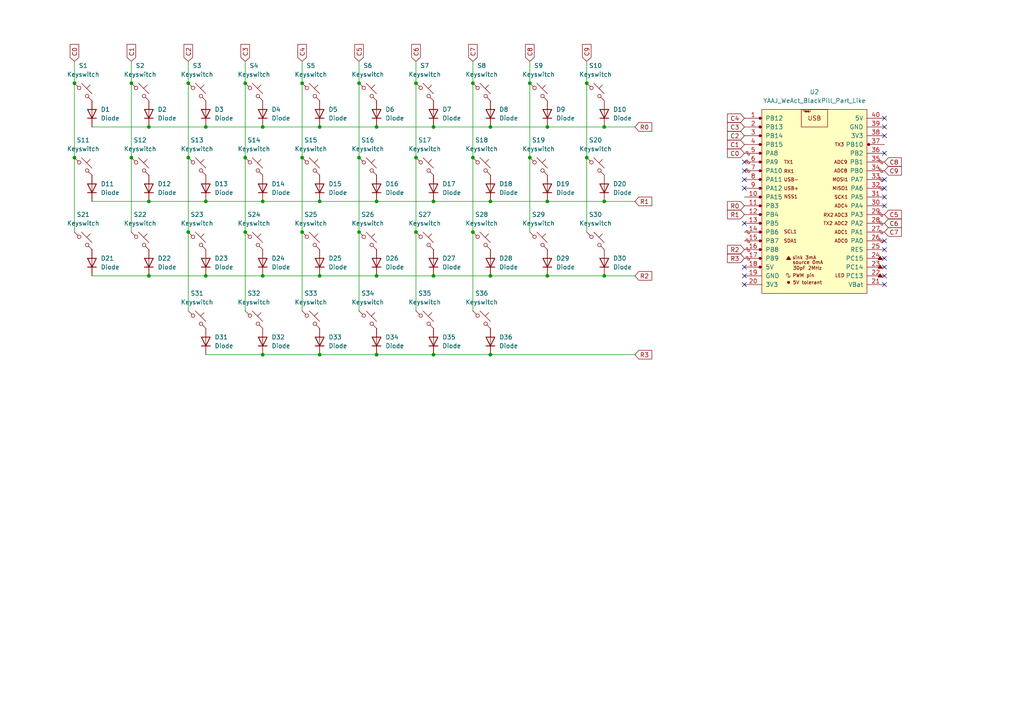
<source format=kicad_sch>
(kicad_sch (version 20230121) (generator eeschema)
  (paper "A4")
  (lib_symbols
    (symbol "ScottoKeebs:Placeholder_Diode" (pin_numbers hide) (pin_names hide)
      (property "Reference" "D" (at 0 2.54 0))
      (property "Value" "Diode" (at 0 -2.54 0))
      (symbol "Placeholder_Diode_0_1"
        (polyline (pts (xy -1.27 1.27) (xy -1.27 -1.27)) (stroke (width 0.254)))
        (polyline (pts (xy 1.27 0) (xy -1.27 0)))
        (polyline (pts (xy 1.27 1.27) (xy 1.27 -1.27) (xy -1.27 0) (xy 1.27 1.27)) (stroke (width 0.254)))
      )
      (symbol "Placeholder_Diode_1_1"
        (pin passive line (at -3.81 0 0) (length 2.54) (name "K") (number "1"))
        (pin passive line (at 3.81 0 180) (length 2.54) (name "A") (number "2"))
      )
    )
    (symbol "ScottoKeebs:Placeholder_Keyswitch" (pin_numbers hide) (pin_names (offset 1.016) hide)
      (property "Reference" "S" (at 3.048 1.016 0))
      (property "Value" "Keyswitch" (at 0 -3.81 0))
      (symbol "Placeholder_Keyswitch_0_1"
        (circle (center -1.1684 1.1684) (radius 0.508))
        (polyline (pts (xy -0.508 2.54) (xy 2.54 -0.508)))
        (polyline (pts (xy 1.016 1.016) (xy 2.032 2.032)))
        (polyline (pts (xy -2.54 2.54) (xy -1.524 1.524) (xy -1.524 1.524)))
        (polyline (pts (xy 1.524 -1.524) (xy 2.54 -2.54) (xy 2.54 -2.54) (xy 2.54 -2.54)))
        (circle (center 1.143 -1.1938) (radius 0.508))
        (pin passive line (at -2.54 2.54 0) (length 0) (name "1") (number "1"))
        (pin passive line (at 2.54 -2.54 180) (length 0) (name "2") (number "2"))
      )
    )
    (symbol "YAAJ_WeAct_BlackPill_Part_Like:YAAJ_WeAct_BlackPill_Part_Like" (pin_names (offset 1.016))
      (property "Reference" "U" (at -12.7 27.94 0))
      (property "Value" "YAAJ_WeAct_BlackPill_Part_Like" (at 0 2.54 90))
      (symbol "YAAJ_WeAct_BlackPill_Part_Like_0_0"
        (circle (center -15.748 -20.32) (radius 0.3556) (fill (type outline)))
        (circle (center -15.748 -17.78) (radius 0.3556) (fill (type outline)))
        (circle (center -15.748 -15.24) (radius 0.3556) (fill (type outline)))
        (circle (center -15.748 -12.7) (radius 0.3556) (fill (type outline)))
        (circle (center -15.748 -10.16) (radius 0.3556) (fill (type outline)))
        (circle (center -15.748 -7.62) (radius 0.3556) (fill (type outline)))
        (circle (center -15.748 -5.08) (radius 0.3556) (fill (type outline)))
        (circle (center -15.748 -2.54) (radius 0.3556) (fill (type outline)))
        (circle (center -15.748 0) (radius 0.3556) (fill (type outline)))
        (circle (center -15.748 2.54) (radius 0.3556) (fill (type outline)))
        (circle (center -15.748 5.08) (radius 0.3556) (fill (type outline)))
        (circle (center -15.748 7.62) (radius 0.3556) (fill (type outline)))
        (circle (center -15.748 10.16) (radius 0.3556) (fill (type outline)))
        (circle (center -15.748 12.7) (radius 0.3556) (fill (type outline)))
        (circle (center -15.748 15.24) (radius 0.3556) (fill (type outline)))
        (circle (center -15.748 17.78) (radius 0.3556) (fill (type outline)))
        (circle (center -15.748 22.86) (radius 0.3556) (fill (type outline)))
        (circle (center -7.493 -24.765) (radius 0.127) (fill (type outline)))
        (circle (center -7.493 -24.765) (radius 0.254))
        (circle (center -7.493 -24.765) (radius 0.3556))
        (polyline (pts (xy -8.128 -18.161) (xy -7.493 -17.145) (xy -6.858 -18.161) (xy -8.128 -18.161) (xy -7.493 -17.272) (xy -6.985 -18.161) (xy -8.001 -18.034) (xy -7.493 -17.399) (xy -7.112 -18.161) (xy -7.874 -17.907) (xy -7.366 -17.526) (xy -7.239 -18.161) (xy -7.747 -17.78) (xy -7.239 -17.653) (xy -7.366 -18.034) (xy -7.62 -17.78) (xy -7.366 -17.907) (xy -7.493 -17.653)))
        (polyline (pts (xy 18.415 -23.241) (xy 19.05 -22.225) (xy 19.685 -23.241) (xy 18.415 -23.241) (xy 19.05 -22.352) (xy 19.558 -23.241) (xy 18.542 -23.114) (xy 19.05 -22.479) (xy 19.431 -23.241) (xy 18.669 -22.987) (xy 19.177 -22.606) (xy 19.304 -23.241) (xy 18.796 -22.86) (xy 19.304 -22.733) (xy 19.177 -23.114) (xy 18.923 -22.86) (xy 19.177 -22.987) (xy 19.05 -22.733)))
        (polyline (pts (xy 18.415 -20.701) (xy 19.05 -19.685) (xy 19.685 -20.701) (xy 18.415 -20.701) (xy 19.05 -19.812) (xy 19.558 -20.701) (xy 18.542 -20.574) (xy 19.05 -19.939) (xy 19.431 -20.701) (xy 18.669 -20.447) (xy 19.177 -20.066) (xy 19.304 -20.701) (xy 18.796 -20.32) (xy 19.304 -20.193) (xy 19.177 -20.574) (xy 18.923 -20.32) (xy 19.177 -20.447) (xy 19.05 -20.193)))
        (polyline (pts (xy 18.415 -18.161) (xy 19.05 -17.145) (xy 19.685 -18.161) (xy 18.415 -18.161) (xy 19.05 -17.272) (xy 19.558 -18.161) (xy 18.542 -18.034) (xy 19.05 -17.399) (xy 19.431 -18.161) (xy 18.669 -17.907) (xy 19.177 -17.526) (xy 19.304 -18.161) (xy 18.796 -17.78) (xy 19.304 -17.653) (xy 19.177 -18.034) (xy 18.923 -17.78) (xy 19.177 -17.907) (xy 19.05 -17.653)))
        (circle (center 15.748 15.24) (radius 0.254) (fill (type outline)))
        (circle (center 15.748 15.24) (radius 0.3556))
        (text "30pF 2MHz" (at -2.032 -20.574 0) (effects (font (size 0.9906 0.9906))))
        (text "5V tolerant" (at -2.032 -24.765 0) (effects (font (size 0.9906 0.9906))))
        (text "ADC0" (at 7.747 -12.7 0) (effects (font (size 0.9906 0.9906))))
        (text "ADC1" (at 7.747 -10.16 0) (effects (font (size 0.9906 0.9906))))
        (text "ADC2" (at 7.747 -7.62 0) (effects (font (size 0.9906 0.9906))))
        (text "ADC3" (at 7.747 -5.207 0) (effects (font (size 0.9906 0.9906))))
        (text "ADC4" (at 7.747 -2.54 0) (effects (font (size 0.9906 0.9906))))
        (text "ADC8" (at 7.62 7.62 0) (effects (font (size 0.9906 0.9906))))
        (text "ADC9" (at 7.62 10.16 0) (effects (font (size 0.9906 0.9906))))
        (text "LED" (at 7.366 -22.733 0) (effects (font (size 0.9906 0.9906))))
        (text "MISO1" (at 7.493 2.54 0) (effects (font (size 0.9906 0.9906))))
        (text "MOSI1" (at 7.493 5.08 0) (effects (font (size 0.9906 0.9906))))
        (text "NSS1" (at -6.858 0.127 0) (effects (font (size 0.9906 0.9906))))
        (text "PWM pin" (at -3.175 -22.733 0) (effects (font (size 0.9906 0.9906))))
        (text "RX1" (at -7.366 7.493 0) (effects (font (size 0.9906 0.9906))))
        (text "RX2" (at 4.064 -5.207 0) (effects (font (size 0.9906 0.9906))))
        (text "SCK1" (at 7.747 0 0) (effects (font (size 0.9906 0.9906))))
        (text "SCL1" (at -6.985 -10.033 0) (effects (font (size 0.9906 0.9906))))
        (text "SDA1" (at -6.985 -12.7 0) (effects (font (size 0.9906 0.9906))))
        (text "sink 3mA" (at -2.921 -17.526 0) (effects (font (size 0.9906 0.9906))))
        (text "source 0mA" (at -1.905 -18.923 0) (effects (font (size 0.9906 0.9906))))
        (text "TX1" (at -7.493 10.16 0) (effects (font (size 0.9906 0.9906))))
        (text "TX2" (at 3.937 -7.62 0) (effects (font (size 0.9906 0.9906))))
        (text "TX3" (at 7.239 15.24 0) (effects (font (size 0.9906 0.9906))))
        (text "USB" (at 0 22.86 0) (effects (font (size 1.27 1.27))))
        (text "USB+" (at -6.731 2.54 0) (effects (font (size 0.9906 0.9906))))
        (text "USB-" (at -6.731 5.08 0) (effects (font (size 0.9906 0.9906))))
        (text "Y@@J" (at -2.159 24.892 0) (effects (font (size 0.508 0.508))))
      )
      (symbol "YAAJ_WeAct_BlackPill_Part_Like_0_1"
        (rectangle (start -15.24 25.4) (end 15.24 -27.94) (fill (type background)))
        (polyline (pts (xy -18.796 -17.78) (xy -18.796 -18.288) (xy -19.304 -18.288) (xy -19.304 -17.272) (xy -19.812 -17.272) (xy -19.812 -17.78)))
        (polyline (pts (xy -18.796 -15.24) (xy -18.796 -15.748) (xy -19.304 -15.748) (xy -19.304 -14.732) (xy -19.812 -14.732) (xy -19.812 -15.24)))
        (polyline (pts (xy -18.796 -12.7) (xy -18.796 -13.208) (xy -19.304 -13.208) (xy -19.304 -12.192) (xy -19.812 -12.192) (xy -19.812 -12.7)))
        (polyline (pts (xy -18.796 -10.16) (xy -18.796 -10.668) (xy -19.304 -10.668) (xy -19.304 -9.652) (xy -19.812 -9.652) (xy -19.812 -10.16)))
        (polyline (pts (xy -18.796 7.62) (xy -18.796 7.112) (xy -19.304 7.112) (xy -19.304 8.128) (xy -19.812 8.128) (xy -19.812 7.62)))
        (polyline (pts (xy -18.796 10.16) (xy -18.796 9.652) (xy -19.304 9.652) (xy -19.304 10.668) (xy -19.812 10.668) (xy -19.812 10.16)))
        (polyline (pts (xy -18.796 12.7) (xy -18.796 12.192) (xy -19.304 12.192) (xy -19.304 13.208) (xy -19.812 13.208) (xy -19.812 12.7)))
        (polyline (pts (xy -7.112 -22.733) (xy -7.112 -23.241) (xy -7.62 -23.241) (xy -7.62 -22.225) (xy -8.128 -22.225) (xy -8.128 -22.733)))
        (polyline (pts (xy 19.812 -12.7) (xy 19.812 -13.208) (xy 19.304 -13.208) (xy 19.304 -12.192) (xy 18.796 -12.192) (xy 18.796 -12.7)))
        (polyline (pts (xy 19.812 -10.16) (xy 19.812 -10.668) (xy 19.304 -10.668) (xy 19.304 -9.652) (xy 18.796 -9.652) (xy 18.796 -10.16)))
        (polyline (pts (xy 19.812 -7.62) (xy 19.812 -8.128) (xy 19.304 -8.128) (xy 19.304 -7.112) (xy 18.796 -7.112) (xy 18.796 -7.62)))
        (polyline (pts (xy 19.812 -5.08) (xy 19.812 -5.588) (xy 19.304 -5.588) (xy 19.304 -4.572) (xy 18.796 -4.572) (xy 18.796 -5.08)))
        (polyline (pts (xy 19.812 2.54) (xy 19.812 2.032) (xy 19.304 2.032) (xy 19.304 3.048) (xy 18.796 3.048) (xy 18.796 2.54)))
        (polyline (pts (xy 19.812 5.08) (xy 19.812 4.572) (xy 19.304 4.572) (xy 19.304 5.588) (xy 18.796 5.588) (xy 18.796 5.08)))
        (polyline (pts (xy 19.812 7.62) (xy 19.812 7.112) (xy 19.304 7.112) (xy 19.304 8.128) (xy 18.796 8.128) (xy 18.796 7.62)))
        (polyline (pts (xy 19.812 10.16) (xy 19.812 9.652) (xy 19.304 9.652) (xy 19.304 10.668) (xy 18.796 10.668) (xy 18.796 10.16)))
        (rectangle (start 3.81 25.4) (end -3.81 20.32))
      )
      (symbol "YAAJ_WeAct_BlackPill_Part_Like_1_1"
        (circle (center -15.748 20.32) (radius 0.3556) (fill (type outline)))
        (pin bidirectional line (at -20.32 22.86 0) (length 5.08) (name "PB12") (number "1"))
        (pin bidirectional line (at -20.32 0 0) (length 5.08) (name "PA15") (number "10"))
        (pin bidirectional line (at -20.32 -2.54 0) (length 5.08) (name "PB3") (number "11"))
        (pin bidirectional line (at -20.32 -5.08 0) (length 5.08) (name "PB4") (number "12"))
        (pin bidirectional line (at -20.32 -7.62 0) (length 5.08) (name "PB5") (number "13"))
        (pin bidirectional line (at -20.32 -10.16 0) (length 5.08) (name "PB6") (number "14"))
        (pin bidirectional line (at -20.32 -12.7 0) (length 5.08) (name "PB7") (number "15"))
        (pin bidirectional line (at -20.32 -15.24 0) (length 5.08) (name "PB8") (number "16"))
        (pin bidirectional line (at -20.32 -17.78 0) (length 5.08) (name "PB9") (number "17"))
        (pin power_in line (at -20.32 -20.32 0) (length 5.08) (name "5V") (number "18"))
        (pin power_in line (at -20.32 -22.86 0) (length 5.08) (name "GND") (number "19"))
        (pin bidirectional line (at -20.32 20.32 0) (length 5.08) (name "PB13") (number "2"))
        (pin power_in line (at -20.32 -25.4 0) (length 5.08) (name "3V3") (number "20"))
        (pin power_in line (at 20.32 -25.4 180) (length 5.08) (name "VBat") (number "21"))
        (pin bidirectional line (at 20.32 -22.86 180) (length 5.08) (name "PC13") (number "22"))
        (pin bidirectional line (at 20.32 -20.32 180) (length 5.08) (name "PC14") (number "23"))
        (pin bidirectional line (at 20.32 -17.78 180) (length 5.08) (name "PC15") (number "24"))
        (pin input line (at 20.32 -15.24 180) (length 5.08) (name "RES") (number "25"))
        (pin bidirectional line (at 20.32 -12.7 180) (length 5.08) (name "PA0") (number "26"))
        (pin bidirectional line (at 20.32 -10.16 180) (length 5.08) (name "PA1") (number "27"))
        (pin bidirectional line (at 20.32 -7.62 180) (length 5.08) (name "PA2") (number "28"))
        (pin bidirectional line (at 20.32 -5.08 180) (length 5.08) (name "PA3") (number "29"))
        (pin bidirectional line (at -20.32 17.78 0) (length 5.08) (name "PB14") (number "3"))
        (pin bidirectional line (at 20.32 -2.54 180) (length 5.08) (name "PA4") (number "30"))
        (pin bidirectional line (at 20.32 0 180) (length 5.08) (name "PA5") (number "31"))
        (pin bidirectional line (at 20.32 2.54 180) (length 5.08) (name "PA6") (number "32"))
        (pin bidirectional line (at 20.32 5.08 180) (length 5.08) (name "PA7") (number "33"))
        (pin bidirectional line (at 20.32 7.62 180) (length 5.08) (name "PB0") (number "34"))
        (pin bidirectional line (at 20.32 10.16 180) (length 5.08) (name "PB1") (number "35"))
        (pin bidirectional line (at 20.32 12.7 180) (length 5.08) (name "PB2") (number "36"))
        (pin bidirectional line (at 20.32 15.24 180) (length 5.08) (name "PB10") (number "37"))
        (pin power_in line (at 20.32 17.78 180) (length 5.08) (name "3V3") (number "38"))
        (pin power_in line (at 20.32 20.32 180) (length 5.08) (name "GND") (number "39"))
        (pin bidirectional line (at -20.32 15.24 0) (length 5.08) (name "PB15") (number "4"))
        (pin power_in line (at 20.32 22.86 180) (length 5.08) (name "5V") (number "40"))
        (pin bidirectional line (at -20.32 12.7 0) (length 5.08) (name "PA8") (number "5"))
        (pin bidirectional line (at -20.32 10.16 0) (length 5.08) (name "PA9") (number "6"))
        (pin bidirectional line (at -20.32 7.62 0) (length 5.08) (name "PA10") (number "7"))
        (pin bidirectional line (at -20.32 5.08 0) (length 5.08) (name "PA11") (number "8"))
        (pin bidirectional line (at -20.32 2.54 0) (length 5.08) (name "PA12") (number "9"))
      )
    )
  )
  (junction (at 104.14 24.13))
  (junction (at 137.16 45.72))
  (junction (at 175.26 58.42))
  (junction (at 142.24 36.83))
  (junction (at 120.65 67.31))
  (junction (at 76.2 36.83))
  (junction (at 175.26 80.01))
  (junction (at 170.18 24.13))
  (junction (at 109.22 80.01))
  (junction (at 104.14 67.31))
  (junction (at 158.75 36.83))
  (junction (at 71.12 67.31))
  (junction (at 153.67 45.72))
  (junction (at 38.1 45.72))
  (junction (at 54.61 67.31))
  (junction (at 87.63 67.31))
  (junction (at 59.69 36.83))
  (junction (at 153.67 24.13))
  (junction (at 76.2 80.01))
  (junction (at 92.71 102.87))
  (junction (at 92.71 58.42))
  (junction (at 109.22 58.42))
  (junction (at 87.63 45.72))
  (junction (at 125.73 80.01))
  (junction (at 158.75 58.42))
  (junction (at 71.12 24.13))
  (junction (at 59.69 80.01))
  (junction (at 21.59 24.13))
  (junction (at 142.24 102.87))
  (junction (at 43.18 36.83))
  (junction (at 21.59 45.72))
  (junction (at 137.16 24.13))
  (junction (at 125.73 58.42))
  (junction (at 92.71 36.83))
  (junction (at 120.65 24.13))
  (junction (at 158.75 80.01))
  (junction (at 120.65 45.72))
  (junction (at 43.18 58.42))
  (junction (at 125.73 102.87))
  (junction (at 71.12 45.72))
  (junction (at 142.24 80.01))
  (junction (at 142.24 58.42))
  (junction (at 109.22 36.83))
  (junction (at 43.18 80.01))
  (junction (at 76.2 102.87))
  (junction (at 54.61 24.13))
  (junction (at 38.1 24.13))
  (junction (at 109.22 102.87))
  (junction (at 175.26 36.83))
  (junction (at 76.2 58.42))
  (junction (at 170.18 45.72))
  (junction (at 137.16 67.31))
  (junction (at 87.63 24.13))
  (junction (at 104.14 45.72))
  (junction (at 92.71 80.01))
  (junction (at 54.61 45.72))
  (junction (at 59.69 58.42))
  (junction (at 125.73 36.83))
  (no_connect (at 256.54 59.69))
  (no_connect (at 215.9 54.61))
  (no_connect (at 256.54 44.45))
  (no_connect (at 215.9 64.77))
  (no_connect (at 256.54 52.07))
  (no_connect (at 256.54 36.83))
  (no_connect (at 256.54 57.15))
  (no_connect (at 256.54 74.93))
  (no_connect (at 256.54 72.39))
  (no_connect (at 215.9 46.99))
  (no_connect (at 256.54 69.85))
  (no_connect (at 256.54 80.01))
  (no_connect (at 256.54 39.37))
  (no_connect (at 215.9 49.53))
  (no_connect (at 256.54 54.61))
  (no_connect (at 256.54 82.55))
  (no_connect (at 256.54 77.47))
  (no_connect (at 215.9 82.55))
  (no_connect (at 215.9 52.07))
  (no_connect (at 215.9 77.47))
  (no_connect (at 256.54 34.29))
  (no_connect (at 215.9 80.01))
  (wire (pts (xy 142.24 36.83) (xy 158.75 36.83)))
  (wire (pts (xy 43.18 58.42) (xy 59.69 58.42)))
  (wire (pts (xy 109.22 58.42) (xy 125.73 58.42)))
  (wire (pts (xy 175.26 36.83) (xy 184.15 36.83)))
  (wire (pts (xy 153.67 24.13) (xy 153.67 45.72)))
  (wire (pts (xy 120.65 24.13) (xy 120.65 45.72)))
  (wire (pts (xy 59.69 58.42) (xy 76.2 58.42)))
  (wire (pts (xy 92.71 102.87) (xy 109.22 102.87)))
  (wire (pts (xy 120.65 67.31) (xy 120.65 90.17)))
  (wire (pts (xy 54.61 17.78) (xy 54.61 24.13)))
  (wire (pts (xy 158.75 80.01) (xy 175.26 80.01)))
  (wire (pts (xy 26.67 80.01) (xy 43.18 80.01)))
  (wire (pts (xy 125.73 58.42) (xy 142.24 58.42)))
  (wire (pts (xy 38.1 17.78) (xy 38.1 24.13)))
  (wire (pts (xy 109.22 102.87) (xy 125.73 102.87)))
  (wire (pts (xy 104.14 24.13) (xy 104.14 45.72)))
  (wire (pts (xy 158.75 36.83) (xy 175.26 36.83)))
  (wire (pts (xy 120.65 45.72) (xy 120.65 67.31)))
  (wire (pts (xy 26.67 58.42) (xy 43.18 58.42)))
  (wire (pts (xy 153.67 45.72) (xy 153.67 67.31)))
  (wire (pts (xy 137.16 45.72) (xy 137.16 67.31)))
  (wire (pts (xy 43.18 36.83) (xy 59.69 36.83)))
  (wire (pts (xy 71.12 17.78) (xy 71.12 24.13)))
  (wire (pts (xy 71.12 67.31) (xy 71.12 90.17)))
  (wire (pts (xy 43.18 80.01) (xy 59.69 80.01)))
  (wire (pts (xy 137.16 67.31) (xy 137.16 90.17)))
  (wire (pts (xy 142.24 80.01) (xy 158.75 80.01)))
  (wire (pts (xy 76.2 80.01) (xy 92.71 80.01)))
  (wire (pts (xy 125.73 102.87) (xy 142.24 102.87)))
  (wire (pts (xy 21.59 24.13) (xy 21.59 45.72)))
  (wire (pts (xy 104.14 67.31) (xy 104.14 90.17)))
  (wire (pts (xy 137.16 24.13) (xy 137.16 45.72)))
  (wire (pts (xy 170.18 24.13) (xy 170.18 45.72)))
  (wire (pts (xy 87.63 24.13) (xy 87.63 45.72)))
  (wire (pts (xy 104.14 17.78) (xy 104.14 24.13)))
  (wire (pts (xy 54.61 45.72) (xy 54.61 67.31)))
  (wire (pts (xy 71.12 24.13) (xy 71.12 45.72)))
  (wire (pts (xy 54.61 67.31) (xy 54.61 90.17)))
  (wire (pts (xy 59.69 102.87) (xy 76.2 102.87)))
  (wire (pts (xy 38.1 24.13) (xy 38.1 45.72)))
  (wire (pts (xy 59.69 80.01) (xy 76.2 80.01)))
  (wire (pts (xy 184.15 58.42) (xy 175.26 58.42)))
  (wire (pts (xy 76.2 58.42) (xy 92.71 58.42)))
  (wire (pts (xy 38.1 45.72) (xy 38.1 67.31)))
  (wire (pts (xy 170.18 45.72) (xy 170.18 67.31)))
  (wire (pts (xy 158.75 58.42) (xy 175.26 58.42)))
  (wire (pts (xy 184.15 80.01) (xy 175.26 80.01)))
  (wire (pts (xy 59.69 36.83) (xy 76.2 36.83)))
  (wire (pts (xy 92.71 36.83) (xy 109.22 36.83)))
  (wire (pts (xy 92.71 58.42) (xy 109.22 58.42)))
  (wire (pts (xy 137.16 17.78) (xy 137.16 24.13)))
  (wire (pts (xy 87.63 67.31) (xy 87.63 90.17)))
  (wire (pts (xy 109.22 36.83) (xy 125.73 36.83)))
  (wire (pts (xy 87.63 17.78) (xy 87.63 24.13)))
  (wire (pts (xy 104.14 45.72) (xy 104.14 67.31)))
  (wire (pts (xy 87.63 45.72) (xy 87.63 67.31)))
  (wire (pts (xy 142.24 102.87) (xy 184.15 102.87)))
  (wire (pts (xy 120.65 17.78) (xy 120.65 24.13)))
  (wire (pts (xy 125.73 80.01) (xy 142.24 80.01)))
  (wire (pts (xy 153.67 17.78) (xy 153.67 24.13)))
  (wire (pts (xy 21.59 45.72) (xy 21.59 67.31)))
  (wire (pts (xy 92.71 80.01) (xy 109.22 80.01)))
  (wire (pts (xy 71.12 45.72) (xy 71.12 67.31)))
  (wire (pts (xy 76.2 36.83) (xy 92.71 36.83)))
  (wire (pts (xy 170.18 17.78) (xy 170.18 24.13)))
  (wire (pts (xy 125.73 36.83) (xy 142.24 36.83)))
  (wire (pts (xy 76.2 102.87) (xy 92.71 102.87)))
  (wire (pts (xy 21.59 17.78) (xy 21.59 24.13)))
  (wire (pts (xy 54.61 24.13) (xy 54.61 45.72)))
  (wire (pts (xy 109.22 80.01) (xy 125.73 80.01)))
  (wire (pts (xy 26.67 36.83) (xy 43.18 36.83)))
  (wire (pts (xy 142.24 58.42) (xy 158.75 58.42)))
  (global_label "C6" (shape input) (at 120.65 17.78 90) (property "Intersheetrefs" "${INTERSHEET_REFS}" (effects hide)))
  (global_label "C8" (shape input) (at 153.67 17.78 90) (property "Intersheetrefs" "${INTERSHEET_REFS}" (effects hide)))
  (global_label "R0" (shape input) (at 215.9 59.69 180) (property "Intersheetrefs" "${INTERSHEET_REFS}" (effects hide)))
  (global_label "R2" (shape input) (at 215.9 72.39 180) (property "Intersheetrefs" "${INTERSHEET_REFS}" (effects hide)))
  (global_label "C1" (shape input) (at 215.9 41.91 180) (property "Intersheetrefs" "${INTERSHEET_REFS}" (effects hide)))
  (global_label "R3" (shape input) (at 184.15 102.87 0) (property "Intersheetrefs" "${INTERSHEET_REFS}" (effects hide)))
  (global_label "C4" (shape input) (at 215.9 34.29 180) (property "Intersheetrefs" "${INTERSHEET_REFS}" (effects hide)))
  (global_label "C6" (shape input) (at 256.54 64.77 0) (property "Intersheetrefs" "${INTERSHEET_REFS}" (effects hide)))
  (global_label "R0" (shape input) (at 184.15 36.83 0) (property "Intersheetrefs" "${INTERSHEET_REFS}" (effects hide)))
  (global_label "R1" (shape input) (at 184.15 58.42 0) (property "Intersheetrefs" "${INTERSHEET_REFS}" (effects hide)))
  (global_label "C2" (shape input) (at 54.61 17.78 90) (property "Intersheetrefs" "${INTERSHEET_REFS}" (effects hide)))
  (global_label "C9" (shape input) (at 256.54 49.53 0) (property "Intersheetrefs" "${INTERSHEET_REFS}" (effects hide)))
  (global_label "R2" (shape input) (at 184.15 80.01 0) (property "Intersheetrefs" "${INTERSHEET_REFS}" (effects hide)))
  (global_label "C7" (shape input) (at 256.54 67.31 0) (property "Intersheetrefs" "${INTERSHEET_REFS}" (effects hide)))
  (global_label "R1" (shape input) (at 215.9 62.23 180) (property "Intersheetrefs" "${INTERSHEET_REFS}" (effects hide)))
  (global_label "C7" (shape input) (at 137.16 17.78 90) (property "Intersheetrefs" "${INTERSHEET_REFS}" (effects hide)))
  (global_label "C3" (shape input) (at 215.9 36.83 180) (property "Intersheetrefs" "${INTERSHEET_REFS}" (effects hide)))
  (global_label "C5" (shape input) (at 104.14 17.78 90) (property "Intersheetrefs" "${INTERSHEET_REFS}" (effects hide)))
  (global_label "C0" (shape input) (at 215.9 44.45 180) (property "Intersheetrefs" "${INTERSHEET_REFS}" (effects hide)))
  (global_label "C1" (shape input) (at 38.1 17.78 90) (property "Intersheetrefs" "${INTERSHEET_REFS}" (effects hide)))
  (global_label "C0" (shape input) (at 21.59 17.78 90) (property "Intersheetrefs" "${INTERSHEET_REFS}" (effects hide)))
  (global_label "C4" (shape input) (at 87.63 17.78 90) (property "Intersheetrefs" "${INTERSHEET_REFS}" (effects hide)))
  (global_label "C3" (shape input) (at 71.12 17.78 90) (property "Intersheetrefs" "${INTERSHEET_REFS}" (effects hide)))
  (global_label "C5" (shape input) (at 256.54 62.23 0) (property "Intersheetrefs" "${INTERSHEET_REFS}" (effects hide)))
  (global_label "C9" (shape input) (at 170.18 17.78 90) (property "Intersheetrefs" "${INTERSHEET_REFS}" (effects hide)))
  (global_label "R3" (shape input) (at 215.9 74.93 180) (property "Intersheetrefs" "${INTERSHEET_REFS}" (effects hide)))
  (global_label "C8" (shape input) (at 256.54 46.99 0) (property "Intersheetrefs" "${INTERSHEET_REFS}" (effects hide)))
  (global_label "C2" (shape input) (at 215.9 39.37 180) (property "Intersheetrefs" "${INTERSHEET_REFS}" (effects hide)))
  (symbol (lib_id "ScottoKeebs:Placeholder_Keyswitch") (at 90.17 92.71 0) (unit 1)
    (property "Reference" "S33" (at 90.17 85.09 0))
    (property "Value" "Keyswitch" (at 90.17 87.63 0))
    (property "Footprint" "ScottoKeebs_MX:MX_PCB_1.00u" (effects hide))
  )
  (symbol (lib_id "ScottoKeebs:Placeholder_Keyswitch") (at 57.15 92.71 0) (unit 1)
    (property "Reference" "S31" (at 57.15 85.09 0))
    (property "Value" "Keyswitch" (at 57.15 87.63 0))
    (property "Footprint" "ScottoKeebs_MX:MX_PCB_1.00u" (effects hide))
  )
  (symbol (lib_id "ScottoKeebs:Placeholder_Keyswitch") (at 106.68 48.26 0) (unit 1)
    (property "Reference" "S16" (at 106.68 40.64 0))
    (property "Value" "Keyswitch" (at 106.68 43.18 0))
    (property "Footprint" "ScottoKeebs_MX:MX_PCB_1.00u" (effects hide))
  )
  (symbol (lib_id "ScottoKeebs:Placeholder_Keyswitch") (at 73.66 92.71 0) (unit 1)
    (property "Reference" "S32" (at 73.66 85.09 0))
    (property "Value" "Keyswitch" (at 73.66 87.63 0))
    (property "Footprint" "ScottoKeebs_MX:MX_PCB_1.00u" (effects hide))
  )
  (symbol (lib_id "ScottoKeebs:Placeholder_Keyswitch") (at 172.72 48.26 0) (unit 1)
    (property "Reference" "S20" (at 172.72 40.64 0))
    (property "Value" "Keyswitch" (at 172.72 43.18 0))
    (property "Footprint" "ScottoKeebs_MX:MX_PCB_1.00u" (effects hide))
  )
  (symbol (lib_id "ScottoKeebs:Placeholder_Diode") (at 26.67 33.02 90) (unit 1)
    (property "Reference" "D1" (at 29.21 31.75 90) (effects (justify right)))
    (property "Value" "Diode" (at 29.21 34.29 90) (effects (justify right)))
    (property "Footprint" "ScottoKeebs_Components:Diode_DO-35" (effects hide))
    (property "Sim.Device" "D" (effects hide))
    (property "Sim.Pins" "1=K 2=A" (effects hide))
  )
  (symbol (lib_id "ScottoKeebs:Placeholder_Keyswitch") (at 73.66 48.26 0) (unit 1)
    (property "Reference" "S14" (at 73.66 40.64 0))
    (property "Value" "Keyswitch" (at 73.66 43.18 0))
    (property "Footprint" "ScottoKeebs_MX:MX_PCB_1.00u" (effects hide))
  )
  (symbol (lib_id "ScottoKeebs:Placeholder_Keyswitch") (at 156.21 69.85 0) (unit 1)
    (property "Reference" "S29" (at 156.21 62.23 0))
    (property "Value" "Keyswitch" (at 156.21 64.77 0))
    (property "Footprint" "ScottoKeebs_MX:MX_PCB_1.00u" (effects hide))
  )
  (symbol (lib_id "ScottoKeebs:Placeholder_Keyswitch") (at 106.68 26.67 0) (unit 1)
    (property "Reference" "S6" (at 106.68 19.05 0))
    (property "Value" "Keyswitch" (at 106.68 21.59 0))
    (property "Footprint" "ScottoKeebs_MX:MX_PCB_1.00u" (effects hide))
  )
  (symbol (lib_id "ScottoKeebs:Placeholder_Diode") (at 59.69 54.61 90) (unit 1)
    (property "Reference" "D13" (at 62.23 53.34 90) (effects (justify right)))
    (property "Value" "Diode" (at 62.23 55.88 90) (effects (justify right)))
    (property "Footprint" "ScottoKeebs_Components:Diode_DO-35" (effects hide))
    (property "Sim.Device" "D" (effects hide))
    (property "Sim.Pins" "1=K 2=A" (effects hide))
  )
  (symbol (lib_id "ScottoKeebs:Placeholder_Diode") (at 158.75 54.61 90) (unit 1)
    (property "Reference" "D19" (at 161.29 53.34 90) (effects (justify right)))
    (property "Value" "Diode" (at 161.29 55.88 90) (effects (justify right)))
    (property "Footprint" "ScottoKeebs_Components:Diode_DO-35" (effects hide))
    (property "Sim.Device" "D" (effects hide))
    (property "Sim.Pins" "1=K 2=A" (effects hide))
  )
  (symbol (lib_id "ScottoKeebs:Placeholder_Keyswitch") (at 123.19 26.67 0) (unit 1)
    (property "Reference" "S7" (at 123.19 19.05 0))
    (property "Value" "Keyswitch" (at 123.19 21.59 0))
    (property "Footprint" "ScottoKeebs_MX:MX_PCB_1.00u" (effects hide))
  )
  (symbol (lib_id "ScottoKeebs:Placeholder_Diode") (at 59.69 99.06 90) (unit 1)
    (property "Reference" "D31" (at 62.23 97.79 90) (effects (justify right)))
    (property "Value" "Diode" (at 62.23 100.33 90) (effects (justify right)))
    (property "Footprint" "ScottoKeebs_Components:Diode_DO-35" (effects hide))
    (property "Sim.Device" "D" (effects hide))
    (property "Sim.Pins" "1=K 2=A" (effects hide))
  )
  (symbol (lib_id "ScottoKeebs:Placeholder_Diode") (at 158.75 33.02 90) (unit 1)
    (property "Reference" "D9" (at 161.29 31.75 90) (effects (justify right)))
    (property "Value" "Diode" (at 161.29 34.29 90) (effects (justify right)))
    (property "Footprint" "ScottoKeebs_Components:Diode_DO-35" (effects hide))
    (property "Sim.Device" "D" (effects hide))
    (property "Sim.Pins" "1=K 2=A" (effects hide))
  )
  (symbol (lib_id "ScottoKeebs:Placeholder_Keyswitch") (at 90.17 69.85 0) (unit 1)
    (property "Reference" "S25" (at 90.17 62.23 0))
    (property "Value" "Keyswitch" (at 90.17 64.77 0))
    (property "Footprint" "ScottoKeebs_MX:MX_PCB_1.00u" (effects hide))
  )
  (symbol (lib_id "ScottoKeebs:Placeholder_Diode") (at 43.18 76.2 90) (unit 1)
    (property "Reference" "D22" (at 45.72 74.93 90) (effects (justify right)))
    (property "Value" "Diode" (at 45.72 77.47 90) (effects (justify right)))
    (property "Footprint" "ScottoKeebs_Components:Diode_DO-35" (effects hide))
    (property "Sim.Device" "D" (effects hide))
    (property "Sim.Pins" "1=K 2=A" (effects hide))
  )
  (symbol (lib_id "ScottoKeebs:Placeholder_Diode") (at 92.71 76.2 90) (unit 1)
    (property "Reference" "D25" (at 95.25 74.93 90) (effects (justify right)))
    (property "Value" "Diode" (at 95.25 77.47 90) (effects (justify right)))
    (property "Footprint" "ScottoKeebs_Components:Diode_DO-35" (effects hide))
    (property "Sim.Device" "D" (effects hide))
    (property "Sim.Pins" "1=K 2=A" (effects hide))
  )
  (symbol (lib_id "ScottoKeebs:Placeholder_Diode") (at 92.71 99.06 90) (unit 1)
    (property "Reference" "D33" (at 95.25 97.79 90) (effects (justify right)))
    (property "Value" "Diode" (at 95.25 100.33 90) (effects (justify right)))
    (property "Footprint" "ScottoKeebs_Components:Diode_DO-35" (effects hide))
    (property "Sim.Device" "D" (effects hide))
    (property "Sim.Pins" "1=K 2=A" (effects hide))
  )
  (symbol (lib_id "ScottoKeebs:Placeholder_Diode") (at 26.67 54.61 90) (unit 1)
    (property "Reference" "D11" (at 29.21 53.34 90) (effects (justify right)))
    (property "Value" "Diode" (at 29.21 55.88 90) (effects (justify right)))
    (property "Footprint" "ScottoKeebs_Components:Diode_DO-35" (effects hide))
    (property "Sim.Device" "D" (effects hide))
    (property "Sim.Pins" "1=K 2=A" (effects hide))
  )
  (symbol (lib_id "ScottoKeebs:Placeholder_Diode") (at 175.26 54.61 90) (unit 1)
    (property "Reference" "D20" (at 177.8 53.34 90) (effects (justify right)))
    (property "Value" "Diode" (at 177.8 55.88 90) (effects (justify right)))
    (property "Footprint" "ScottoKeebs_Components:Diode_DO-35" (effects hide))
    (property "Sim.Device" "D" (effects hide))
    (property "Sim.Pins" "1=K 2=A" (effects hide))
  )
  (symbol (lib_id "ScottoKeebs:Placeholder_Diode") (at 43.18 33.02 90) (unit 1)
    (property "Reference" "D2" (at 45.72 31.75 90) (effects (justify right)))
    (property "Value" "Diode" (at 45.72 34.29 90) (effects (justify right)))
    (property "Footprint" "ScottoKeebs_Components:Diode_DO-35" (effects hide))
    (property "Sim.Device" "D" (effects hide))
    (property "Sim.Pins" "1=K 2=A" (effects hide))
  )
  (symbol (lib_id "ScottoKeebs:Placeholder_Diode") (at 142.24 54.61 90) (unit 1)
    (property "Reference" "D18" (at 144.78 53.34 90) (effects (justify right)))
    (property "Value" "Diode" (at 144.78 55.88 90) (effects (justify right)))
    (property "Footprint" "ScottoKeebs_Components:Diode_DO-35" (effects hide))
    (property "Sim.Device" "D" (effects hide))
    (property "Sim.Pins" "1=K 2=A" (effects hide))
  )
  (symbol (lib_id "ScottoKeebs:Placeholder_Keyswitch") (at 40.64 48.26 0) (unit 1)
    (property "Reference" "S12" (at 40.64 40.64 0))
    (property "Value" "Keyswitch" (at 40.64 43.18 0))
    (property "Footprint" "ScottoKeebs_MX:MX_PCB_1.00u" (effects hide))
  )
  (symbol (lib_id "ScottoKeebs:Placeholder_Keyswitch") (at 106.68 92.71 0) (unit 1)
    (property "Reference" "S34" (at 106.68 85.09 0))
    (property "Value" "Keyswitch" (at 106.68 87.63 0))
    (property "Footprint" "ScottoKeebs_MX:MX_PCB_1.00u" (effects hide))
  )
  (symbol (lib_id "YAAJ_WeAct_BlackPill_Part_Like:YAAJ_WeAct_BlackPill_Part_Like") (at 236.22 57.15 0) (unit 1)
    (property "Reference" "U2" (at 236.22 26.67 0))
    (property "Value" "YAAJ_WeAct_BlackPill_Part_Like" (at 236.22 29.21 0))
    (property "Footprint" "WeAct_BlackPill:YAAJ_WeAct_BlackPill_2" (effects hide))
  )
  (symbol (lib_id "ScottoKeebs:Placeholder_Keyswitch") (at 156.21 48.26 0) (unit 1)
    (property "Reference" "S19" (at 156.21 40.64 0))
    (property "Value" "Keyswitch" (at 156.21 43.18 0))
    (property "Footprint" "ScottoKeebs_MX:MX_PCB_1.00u" (effects hide))
  )
  (symbol (lib_id "ScottoKeebs:Placeholder_Keyswitch") (at 139.7 92.71 0) (unit 1)
    (property "Reference" "S36" (at 139.7 85.09 0))
    (property "Value" "Keyswitch" (at 139.7 87.63 0))
    (property "Footprint" "ScottoKeebs_MX:MX_PCB_1.00u" (effects hide))
  )
  (symbol (lib_id "ScottoKeebs:Placeholder_Diode") (at 59.69 76.2 90) (unit 1)
    (property "Reference" "D23" (at 62.23 74.93 90) (effects (justify right)))
    (property "Value" "Diode" (at 62.23 77.47 90) (effects (justify right)))
    (property "Footprint" "ScottoKeebs_Components:Diode_DO-35" (effects hide))
    (property "Sim.Device" "D" (effects hide))
    (property "Sim.Pins" "1=K 2=A" (effects hide))
  )
  (symbol (lib_id "ScottoKeebs:Placeholder_Diode") (at 175.26 33.02 90) (unit 1)
    (property "Reference" "D10" (at 177.8 31.75 90) (effects (justify right)))
    (property "Value" "Diode" (at 177.8 34.29 90) (effects (justify right)))
    (property "Footprint" "ScottoKeebs_Components:Diode_DO-35" (effects hide))
    (property "Sim.Device" "D" (effects hide))
    (property "Sim.Pins" "1=K 2=A" (effects hide))
  )
  (symbol (lib_id "ScottoKeebs:Placeholder_Diode") (at 142.24 33.02 90) (unit 1)
    (property "Reference" "D8" (at 144.78 31.75 90) (effects (justify right)))
    (property "Value" "Diode" (at 144.78 34.29 90) (effects (justify right)))
    (property "Footprint" "ScottoKeebs_Components:Diode_DO-35" (effects hide))
    (property "Sim.Device" "D" (effects hide))
    (property "Sim.Pins" "1=K 2=A" (effects hide))
  )
  (symbol (lib_id "ScottoKeebs:Placeholder_Diode") (at 26.67 76.2 90) (unit 1)
    (property "Reference" "D21" (at 29.21 74.93 90) (effects (justify right)))
    (property "Value" "Diode" (at 29.21 77.47 90) (effects (justify right)))
    (property "Footprint" "ScottoKeebs_Components:Diode_DO-35" (effects hide))
    (property "Sim.Device" "D" (effects hide))
    (property "Sim.Pins" "1=K 2=A" (effects hide))
  )
  (symbol (lib_id "ScottoKeebs:Placeholder_Diode") (at 125.73 54.61 90) (unit 1)
    (property "Reference" "D17" (at 128.27 53.34 90) (effects (justify right)))
    (property "Value" "Diode" (at 128.27 55.88 90) (effects (justify right)))
    (property "Footprint" "ScottoKeebs_Components:Diode_DO-35" (effects hide))
    (property "Sim.Device" "D" (effects hide))
    (property "Sim.Pins" "1=K 2=A" (effects hide))
  )
  (symbol (lib_id "ScottoKeebs:Placeholder_Keyswitch") (at 123.19 48.26 0) (unit 1)
    (property "Reference" "S17" (at 123.19 40.64 0))
    (property "Value" "Keyswitch" (at 123.19 43.18 0))
    (property "Footprint" "ScottoKeebs_MX:MX_PCB_1.00u" (effects hide))
  )
  (symbol (lib_id "ScottoKeebs:Placeholder_Keyswitch") (at 123.19 69.85 0) (unit 1)
    (property "Reference" "S27" (at 123.19 62.23 0))
    (property "Value" "Keyswitch" (at 123.19 64.77 0))
    (property "Footprint" "ScottoKeebs_MX:MX_PCB_1.00u" (effects hide))
  )
  (symbol (lib_id "ScottoKeebs:Placeholder_Diode") (at 76.2 54.61 90) (unit 1)
    (property "Reference" "D14" (at 78.74 53.34 90) (effects (justify right)))
    (property "Value" "Diode" (at 78.74 55.88 90) (effects (justify right)))
    (property "Footprint" "ScottoKeebs_Components:Diode_DO-35" (effects hide))
    (property "Sim.Device" "D" (effects hide))
    (property "Sim.Pins" "1=K 2=A" (effects hide))
  )
  (symbol (lib_id "ScottoKeebs:Placeholder_Keyswitch") (at 24.13 26.67 0) (unit 1)
    (property "Reference" "S1" (at 24.13 19.05 0))
    (property "Value" "Keyswitch" (at 24.13 21.59 0))
    (property "Footprint" "ScottoKeebs_MX:MX_PCB_1.00u" (effects hide))
  )
  (symbol (lib_id "ScottoKeebs:Placeholder_Diode") (at 76.2 99.06 90) (unit 1)
    (property "Reference" "D32" (at 78.74 97.79 90) (effects (justify right)))
    (property "Value" "Diode" (at 78.74 100.33 90) (effects (justify right)))
    (property "Footprint" "ScottoKeebs_Components:Diode_DO-35" (effects hide))
    (property "Sim.Device" "D" (effects hide))
    (property "Sim.Pins" "1=K 2=A" (effects hide))
  )
  (symbol (lib_id "ScottoKeebs:Placeholder_Keyswitch") (at 73.66 26.67 0) (unit 1)
    (property "Reference" "S4" (at 73.66 19.05 0))
    (property "Value" "Keyswitch" (at 73.66 21.59 0))
    (property "Footprint" "ScottoKeebs_MX:MX_PCB_1.00u" (effects hide))
  )
  (symbol (lib_id "ScottoKeebs:Placeholder_Diode") (at 125.73 99.06 90) (unit 1)
    (property "Reference" "D35" (at 128.27 97.79 90) (effects (justify right)))
    (property "Value" "Diode" (at 128.27 100.33 90) (effects (justify right)))
    (property "Footprint" "ScottoKeebs_Components:Diode_DO-35" (effects hide))
    (property "Sim.Device" "D" (effects hide))
    (property "Sim.Pins" "1=K 2=A" (effects hide))
  )
  (symbol (lib_id "ScottoKeebs:Placeholder_Diode") (at 158.75 76.2 90) (unit 1)
    (property "Reference" "D29" (at 161.29 74.93 90) (effects (justify right)))
    (property "Value" "Diode" (at 161.29 77.47 90) (effects (justify right)))
    (property "Footprint" "ScottoKeebs_Components:Diode_DO-35" (effects hide))
    (property "Sim.Device" "D" (effects hide))
    (property "Sim.Pins" "1=K 2=A" (effects hide))
  )
  (symbol (lib_id "ScottoKeebs:Placeholder_Diode") (at 43.18 54.61 90) (unit 1)
    (property "Reference" "D12" (at 45.72 53.34 90) (effects (justify right)))
    (property "Value" "Diode" (at 45.72 55.88 90) (effects (justify right)))
    (property "Footprint" "ScottoKeebs_Components:Diode_DO-35" (effects hide))
    (property "Sim.Device" "D" (effects hide))
    (property "Sim.Pins" "1=K 2=A" (effects hide))
  )
  (symbol (lib_id "ScottoKeebs:Placeholder_Keyswitch") (at 123.19 92.71 0) (unit 1)
    (property "Reference" "S35" (at 123.19 85.09 0))
    (property "Value" "Keyswitch" (at 123.19 87.63 0))
    (property "Footprint" "ScottoKeebs_MX:MX_PCB_1.00u" (effects hide))
  )
  (symbol (lib_id "ScottoKeebs:Placeholder_Keyswitch") (at 90.17 48.26 0) (unit 1)
    (property "Reference" "S15" (at 90.17 40.64 0))
    (property "Value" "Keyswitch" (at 90.17 43.18 0))
    (property "Footprint" "ScottoKeebs_MX:MX_PCB_1.00u" (effects hide))
  )
  (symbol (lib_id "ScottoKeebs:Placeholder_Diode") (at 92.71 33.02 90) (unit 1)
    (property "Reference" "D5" (at 95.25 31.75 90) (effects (justify right)))
    (property "Value" "Diode" (at 95.25 34.29 90) (effects (justify right)))
    (property "Footprint" "ScottoKeebs_Components:Diode_DO-35" (effects hide))
    (property "Sim.Device" "D" (effects hide))
    (property "Sim.Pins" "1=K 2=A" (effects hide))
  )
  (symbol (lib_id "ScottoKeebs:Placeholder_Keyswitch") (at 139.7 48.26 0) (unit 1)
    (property "Reference" "S18" (at 139.7 40.64 0))
    (property "Value" "Keyswitch" (at 139.7 43.18 0))
    (property "Footprint" "ScottoKeebs_MX:MX_PCB_1.00u" (effects hide))
  )
  (symbol (lib_id "ScottoKeebs:Placeholder_Keyswitch") (at 73.66 69.85 0) (unit 1)
    (property "Reference" "S24" (at 73.66 62.23 0))
    (property "Value" "Keyswitch" (at 73.66 64.77 0))
    (property "Footprint" "ScottoKeebs_MX:MX_PCB_1.00u" (effects hide))
  )
  (symbol (lib_id "ScottoKeebs:Placeholder_Diode") (at 109.22 99.06 90) (unit 1)
    (property "Reference" "D34" (at 111.76 97.79 90) (effects (justify right)))
    (property "Value" "Diode" (at 111.76 100.33 90) (effects (justify right)))
    (property "Footprint" "ScottoKeebs_Components:Diode_DO-35" (effects hide))
    (property "Sim.Device" "D" (effects hide))
    (property "Sim.Pins" "1=K 2=A" (effects hide))
  )
  (symbol (lib_id "ScottoKeebs:Placeholder_Keyswitch") (at 57.15 69.85 0) (unit 1)
    (property "Reference" "S23" (at 57.15 62.23 0))
    (property "Value" "Keyswitch" (at 57.15 64.77 0))
    (property "Footprint" "ScottoKeebs_MX:MX_PCB_1.00u" (effects hide))
  )
  (symbol (lib_id "ScottoKeebs:Placeholder_Keyswitch") (at 106.68 69.85 0) (unit 1)
    (property "Reference" "S26" (at 106.68 62.23 0))
    (property "Value" "Keyswitch" (at 106.68 64.77 0))
    (property "Footprint" "ScottoKeebs_MX:MX_PCB_1.00u" (effects hide))
  )
  (symbol (lib_id "ScottoKeebs:Placeholder_Keyswitch") (at 24.13 48.26 0) (unit 1)
    (property "Reference" "S11" (at 24.13 40.64 0))
    (property "Value" "Keyswitch" (at 24.13 43.18 0))
    (property "Footprint" "ScottoKeebs_MX:MX_PCB_1.00u" (effects hide))
  )
  (symbol (lib_id "ScottoKeebs:Placeholder_Keyswitch") (at 172.72 26.67 0) (unit 1)
    (property "Reference" "S10" (at 172.72 19.05 0))
    (property "Value" "Keyswitch" (at 172.72 21.59 0))
    (property "Footprint" "ScottoKeebs_MX:MX_PCB_1.00u" (effects hide))
  )
  (symbol (lib_id "ScottoKeebs:Placeholder_Diode") (at 59.69 33.02 90) (unit 1)
    (property "Reference" "D3" (at 62.23 31.75 90) (effects (justify right)))
    (property "Value" "Diode" (at 62.23 34.29 90) (effects (justify right)))
    (property "Footprint" "ScottoKeebs_Components:Diode_DO-35" (effects hide))
    (property "Sim.Device" "D" (effects hide))
    (property "Sim.Pins" "1=K 2=A" (effects hide))
  )
  (symbol (lib_id "ScottoKeebs:Placeholder_Keyswitch") (at 90.17 26.67 0) (unit 1)
    (property "Reference" "S5" (at 90.17 19.05 0))
    (property "Value" "Keyswitch" (at 90.17 21.59 0))
    (property "Footprint" "ScottoKeebs_MX:MX_PCB_1.00u" (effects hide))
  )
  (symbol (lib_id "ScottoKeebs:Placeholder_Keyswitch") (at 139.7 69.85 0) (unit 1)
    (property "Reference" "S28" (at 139.7 62.23 0))
    (property "Value" "Keyswitch" (at 139.7 64.77 0))
    (property "Footprint" "ScottoKeebs_MX:MX_PCB_1.00u" (effects hide))
  )
  (symbol (lib_id "ScottoKeebs:Placeholder_Diode") (at 125.73 76.2 90) (unit 1)
    (property "Reference" "D27" (at 128.27 74.93 90) (effects (justify right)))
    (property "Value" "Diode" (at 128.27 77.47 90) (effects (justify right)))
    (property "Footprint" "ScottoKeebs_Components:Diode_DO-35" (effects hide))
    (property "Sim.Device" "D" (effects hide))
    (property "Sim.Pins" "1=K 2=A" (effects hide))
  )
  (symbol (lib_id "ScottoKeebs:Placeholder_Keyswitch") (at 156.21 26.67 0) (unit 1)
    (property "Reference" "S9" (at 156.21 19.05 0))
    (property "Value" "Keyswitch" (at 156.21 21.59 0))
    (property "Footprint" "ScottoKeebs_MX:MX_PCB_1.00u" (effects hide))
  )
  (symbol (lib_id "ScottoKeebs:Placeholder_Diode") (at 109.22 76.2 90) (unit 1)
    (property "Reference" "D26" (at 111.76 74.93 90) (effects (justify right)))
    (property "Value" "Diode" (at 111.76 77.47 90) (effects (justify right)))
    (property "Footprint" "ScottoKeebs_Components:Diode_DO-35" (effects hide))
    (property "Sim.Device" "D" (effects hide))
    (property "Sim.Pins" "1=K 2=A" (effects hide))
  )
  (symbol (lib_id "ScottoKeebs:Placeholder_Diode") (at 92.71 54.61 90) (unit 1)
    (property "Reference" "D15" (at 95.25 53.34 90) (effects (justify right)))
    (property "Value" "Diode" (at 95.25 55.88 90) (effects (justify right)))
    (property "Footprint" "ScottoKeebs_Components:Diode_DO-35" (effects hide))
    (property "Sim.Device" "D" (effects hide))
    (property "Sim.Pins" "1=K 2=A" (effects hide))
  )
  (symbol (lib_id "ScottoKeebs:Placeholder_Keyswitch") (at 40.64 69.85 0) (unit 1)
    (property "Reference" "S22" (at 40.64 62.23 0))
    (property "Value" "Keyswitch" (at 40.64 64.77 0))
    (property "Footprint" "ScottoKeebs_MX:MX_PCB_1.00u" (effects hide))
  )
  (symbol (lib_id "ScottoKeebs:Placeholder_Keyswitch") (at 24.13 69.85 0) (unit 1)
    (property "Reference" "S21" (at 24.13 62.23 0))
    (property "Value" "Keyswitch" (at 24.13 64.77 0))
    (property "Footprint" "ScottoKeebs_MX:MX_PCB_1.00u" (effects hide))
  )
  (symbol (lib_id "ScottoKeebs:Placeholder_Diode") (at 125.73 33.02 90) (unit 1)
    (property "Reference" "D7" (at 128.27 31.75 90) (effects (justify right)))
    (property "Value" "Diode" (at 128.27 34.29 90) (effects (justify right)))
    (property "Footprint" "ScottoKeebs_Components:Diode_DO-35" (effects hide))
    (property "Sim.Device" "D" (effects hide))
    (property "Sim.Pins" "1=K 2=A" (effects hide))
  )
  (symbol (lib_id "ScottoKeebs:Placeholder_Keyswitch") (at 139.7 26.67 0) (unit 1)
    (property "Reference" "S8" (at 139.7 19.05 0))
    (property "Value" "Keyswitch" (at 139.7 21.59 0))
    (property "Footprint" "ScottoKeebs_MX:MX_PCB_1.00u" (effects hide))
  )
  (symbol (lib_id "ScottoKeebs:Placeholder_Diode") (at 109.22 33.02 90) (unit 1)
    (property "Reference" "D6" (at 111.76 31.75 90) (effects (justify right)))
    (property "Value" "Diode" (at 111.76 34.29 90) (effects (justify right)))
    (property "Footprint" "ScottoKeebs_Components:Diode_DO-35" (effects hide))
    (property "Sim.Device" "D" (effects hide))
    (property "Sim.Pins" "1=K 2=A" (effects hide))
  )
  (symbol (lib_id "ScottoKeebs:Placeholder_Diode") (at 109.22 54.61 90) (unit 1)
    (property "Reference" "D16" (at 111.76 53.34 90) (effects (justify right)))
    (property "Value" "Diode" (at 111.76 55.88 90) (effects (justify right)))
    (property "Footprint" "ScottoKeebs_Components:Diode_DO-35" (effects hide))
    (property "Sim.Device" "D" (effects hide))
    (property "Sim.Pins" "1=K 2=A" (effects hide))
  )
  (symbol (lib_id "ScottoKeebs:Placeholder_Keyswitch") (at 57.15 48.26 0) (unit 1)
    (property "Reference" "S13" (at 57.15 40.64 0))
    (property "Value" "Keyswitch" (at 57.15 43.18 0))
    (property "Footprint" "ScottoKeebs_MX:MX_PCB_1.00u" (effects hide))
  )
  (symbol (lib_id "ScottoKeebs:Placeholder_Diode") (at 142.24 99.06 90) (unit 1)
    (property "Reference" "D36" (at 144.78 97.79 90) (effects (justify right)))
    (property "Value" "Diode" (at 144.78 100.33 90) (effects (justify right)))
    (property "Footprint" "ScottoKeebs_Components:Diode_DO-35" (effects hide))
    (property "Sim.Device" "D" (effects hide))
    (property "Sim.Pins" "1=K 2=A" (effects hide))
  )
  (symbol (lib_id "ScottoKeebs:Placeholder_Keyswitch") (at 172.72 69.85 0) (unit 1)
    (property "Reference" "S30" (at 172.72 62.23 0))
    (property "Value" "Keyswitch" (at 172.72 64.77 0))
    (property "Footprint" "ScottoKeebs_MX:MX_PCB_1.00u" (effects hide))
  )
  (symbol (lib_id "ScottoKeebs:Placeholder_Diode") (at 76.2 33.02 90) (unit 1)
    (property "Reference" "D4" (at 78.74 31.75 90) (effects (justify right)))
    (property "Value" "Diode" (at 78.74 34.29 90) (effects (justify right)))
    (property "Footprint" "ScottoKeebs_Components:Diode_DO-35" (effects hide))
    (property "Sim.Device" "D" (effects hide))
    (property "Sim.Pins" "1=K 2=A" (effects hide))
  )
  (symbol (lib_id "ScottoKeebs:Placeholder_Diode") (at 175.26 76.2 90) (unit 1)
    (property "Reference" "D30" (at 177.8 74.93 90) (effects (justify right)))
    (property "Value" "Diode" (at 177.8 77.47 90) (effects (justify right)))
    (property "Footprint" "ScottoKeebs_Components:Diode_DO-35" (effects hide))
    (property "Sim.Device" "D" (effects hide))
    (property "Sim.Pins" "1=K 2=A" (effects hide))
  )
  (symbol (lib_id "ScottoKeebs:Placeholder_Diode") (at 142.24 76.2 90) (unit 1)
    (property "Reference" "D28" (at 144.78 74.93 90) (effects (justify right)))
    (property "Value" "Diode" (at 144.78 77.47 90) (effects (justify right)))
    (property "Footprint" "ScottoKeebs_Components:Diode_DO-35" (effects hide))
    (property "Sim.Device" "D" (effects hide))
    (property "Sim.Pins" "1=K 2=A" (effects hide))
  )
  (symbol (lib_id "ScottoKeebs:Placeholder_Keyswitch") (at 57.15 26.67 0) (unit 1)
    (property "Reference" "S3" (at 57.15 19.05 0))
    (property "Value" "Keyswitch" (at 57.15 21.59 0))
    (property "Footprint" "ScottoKeebs_MX:MX_PCB_1.00u" (effects hide))
  )
  (symbol (lib_id "ScottoKeebs:Placeholder_Diode") (at 76.2 76.2 90) (unit 1)
    (property "Reference" "D24" (at 78.74 74.93 90) (effects (justify right)))
    (property "Value" "Diode" (at 78.74 77.47 90) (effects (justify right)))
    (property "Footprint" "ScottoKeebs_Components:Diode_DO-35" (effects hide))
    (property "Sim.Device" "D" (effects hide))
    (property "Sim.Pins" "1=K 2=A" (effects hide))
  )
  (symbol (lib_id "ScottoKeebs:Placeholder_Keyswitch") (at 40.64 26.67 0) (unit 1)
    (property "Reference" "S2" (at 40.64 19.05 0))
    (property "Value" "Keyswitch" (at 40.64 21.59 0))
    (property "Footprint" "ScottoKeebs_MX:MX_PCB_1.00u" (effects hide))
  )
)
</source>
